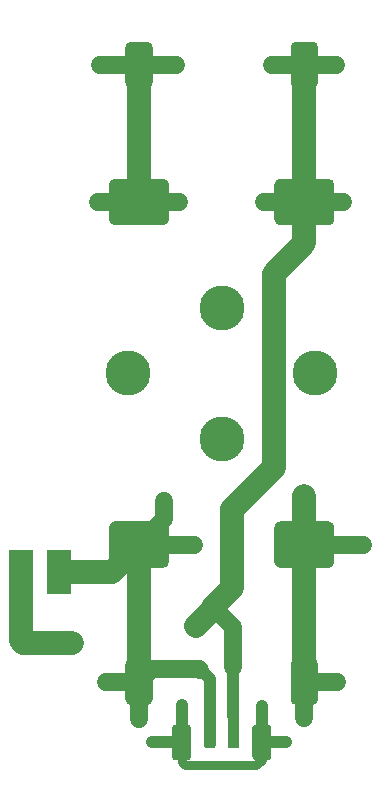
<source format=gtl>
%TF.GenerationSoftware,KiCad,Pcbnew,(5.1.6)-1*%
%TF.CreationDate,2020-09-30T11:01:53+04:00*%
%TF.ProjectId,Generic_Node-BatteryHolder,47656e65-7269-4635-9f4e-6f64652d4261,1.0*%
%TF.SameCoordinates,Original*%
%TF.FileFunction,Copper,L1,Top*%
%TF.FilePolarity,Positive*%
%FSLAX46Y46*%
G04 Gerber Fmt 4.6, Leading zero omitted, Abs format (unit mm)*
G04 Created by KiCad (PCBNEW (5.1.6)-1) date 2020-09-30 11:01:53*
%MOMM*%
%LPD*%
G01*
G04 APERTURE LIST*
%TA.AperFunction,SMDPad,CuDef*%
%ADD10R,2.000000X3.800000*%
%TD*%
%TA.AperFunction,ComponentPad*%
%ADD11C,3.810000*%
%TD*%
%TA.AperFunction,ViaPad*%
%ADD12C,0.800000*%
%TD*%
%TA.AperFunction,Conductor*%
%ADD13C,1.000000*%
%TD*%
%TA.AperFunction,Conductor*%
%ADD14C,0.800000*%
%TD*%
%TA.AperFunction,Conductor*%
%ADD15C,2.000000*%
%TD*%
%TA.AperFunction,Conductor*%
%ADD16C,1.500000*%
%TD*%
G04 APERTURE END LIST*
%TO.P,J1,MP*%
%TO.N,N/C*%
%TA.AperFunction,SMDPad,CuDef*%
G36*
G01*
X147400000Y-128000000D02*
X147400000Y-130500000D01*
G75*
G02*
X147150000Y-130750000I-250000J0D01*
G01*
X146050000Y-130750000D01*
G75*
G02*
X145800000Y-130500000I0J250000D01*
G01*
X145800000Y-128000000D01*
G75*
G02*
X146050000Y-127750000I250000J0D01*
G01*
X147150000Y-127750000D01*
G75*
G02*
X147400000Y-128000000I0J-250000D01*
G01*
G37*
%TD.AperFunction*%
%TA.AperFunction,SMDPad,CuDef*%
G36*
G01*
X154200000Y-128000000D02*
X154200000Y-130500000D01*
G75*
G02*
X153950000Y-130750000I-250000J0D01*
G01*
X152850000Y-130750000D01*
G75*
G02*
X152600000Y-130500000I0J250000D01*
G01*
X152600000Y-128000000D01*
G75*
G02*
X152850000Y-127750000I250000J0D01*
G01*
X153950000Y-127750000D01*
G75*
G02*
X154200000Y-128000000I0J-250000D01*
G01*
G37*
%TD.AperFunction*%
%TO.P,J1,2*%
%TO.N,GND*%
%TA.AperFunction,SMDPad,CuDef*%
G36*
G01*
X149500000Y-124500000D02*
X149500000Y-129500000D01*
G75*
G02*
X149250000Y-129750000I-250000J0D01*
G01*
X148750000Y-129750000D01*
G75*
G02*
X148500000Y-129500000I0J250000D01*
G01*
X148500000Y-124500000D01*
G75*
G02*
X148750000Y-124250000I250000J0D01*
G01*
X149250000Y-124250000D01*
G75*
G02*
X149500000Y-124500000I0J-250000D01*
G01*
G37*
%TD.AperFunction*%
%TO.P,J1,1*%
%TO.N,VCC*%
%TA.AperFunction,SMDPad,CuDef*%
G36*
G01*
X151500000Y-124500000D02*
X151500000Y-129500000D01*
G75*
G02*
X151250000Y-129750000I-250000J0D01*
G01*
X150750000Y-129750000D01*
G75*
G02*
X150500000Y-129500000I0J250000D01*
G01*
X150500000Y-124500000D01*
G75*
G02*
X150750000Y-124250000I250000J0D01*
G01*
X151250000Y-124250000D01*
G75*
G02*
X151500000Y-124500000I0J-250000D01*
G01*
G37*
%TD.AperFunction*%
%TD*%
D10*
%TO.P,J3,1*%
%TO.N,VCC*%
X133000000Y-114800000D03*
%TD*%
%TO.P,J2,1*%
%TO.N,GND*%
X136200000Y-114800000D03*
%TD*%
D11*
%TO.P,BTclip1,1*%
%TO.N,N/C*%
X150000000Y-92450100D03*
X150000000Y-103549900D03*
X142062500Y-98000000D03*
X157937500Y-98000000D03*
%TD*%
%TO.P,BT2,1*%
%TO.N,Net-(BT1-Pad2)*%
%TA.AperFunction,SMDPad,CuDef*%
G36*
G01*
X143668325Y-73870000D02*
X142331675Y-73870000D01*
G75*
G02*
X141831600Y-73369925I0J500075D01*
G01*
X141831600Y-70407675D01*
G75*
G02*
X142331675Y-69907600I500075J0D01*
G01*
X143668325Y-69907600D01*
G75*
G02*
X144168400Y-70407675I0J-500075D01*
G01*
X144168400Y-73369925D01*
G75*
G02*
X143668325Y-73870000I-500075J0D01*
G01*
G37*
%TD.AperFunction*%
%TA.AperFunction,SMDPad,CuDef*%
G36*
G01*
X145041040Y-85476600D02*
X140958960Y-85476600D01*
G75*
G02*
X140460000Y-84977640I0J498960D01*
G01*
X140460000Y-82015560D01*
G75*
G02*
X140958960Y-81516600I498960J0D01*
G01*
X145041040Y-81516600D01*
G75*
G02*
X145540000Y-82015560I0J-498960D01*
G01*
X145540000Y-84977640D01*
G75*
G02*
X145041040Y-85476600I-498960J0D01*
G01*
G37*
%TD.AperFunction*%
%TO.P,BT2,2*%
%TO.N,GND*%
%TA.AperFunction,SMDPad,CuDef*%
G36*
G01*
X143668325Y-126092400D02*
X142331675Y-126092400D01*
G75*
G02*
X141831600Y-125592325I0J500075D01*
G01*
X141831600Y-122630075D01*
G75*
G02*
X142331675Y-122130000I500075J0D01*
G01*
X143668325Y-122130000D01*
G75*
G02*
X144168400Y-122630075I0J-500075D01*
G01*
X144168400Y-125592325D01*
G75*
G02*
X143668325Y-126092400I-500075J0D01*
G01*
G37*
%TD.AperFunction*%
%TA.AperFunction,SMDPad,CuDef*%
G36*
G01*
X145041040Y-114483400D02*
X140958960Y-114483400D01*
G75*
G02*
X140460000Y-113984440I0J498960D01*
G01*
X140460000Y-111022360D01*
G75*
G02*
X140958960Y-110523400I498960J0D01*
G01*
X145041040Y-110523400D01*
G75*
G02*
X145540000Y-111022360I0J-498960D01*
G01*
X145540000Y-113984440D01*
G75*
G02*
X145041040Y-114483400I-498960J0D01*
G01*
G37*
%TD.AperFunction*%
%TD*%
%TO.P,BT1,2*%
%TO.N,Net-(BT1-Pad2)*%
%TA.AperFunction,SMDPad,CuDef*%
G36*
G01*
X159041040Y-114483400D02*
X154958960Y-114483400D01*
G75*
G02*
X154460000Y-113984440I0J498960D01*
G01*
X154460000Y-111022360D01*
G75*
G02*
X154958960Y-110523400I498960J0D01*
G01*
X159041040Y-110523400D01*
G75*
G02*
X159540000Y-111022360I0J-498960D01*
G01*
X159540000Y-113984440D01*
G75*
G02*
X159041040Y-114483400I-498960J0D01*
G01*
G37*
%TD.AperFunction*%
%TA.AperFunction,SMDPad,CuDef*%
G36*
G01*
X157668325Y-126092400D02*
X156331675Y-126092400D01*
G75*
G02*
X155831600Y-125592325I0J500075D01*
G01*
X155831600Y-122630075D01*
G75*
G02*
X156331675Y-122130000I500075J0D01*
G01*
X157668325Y-122130000D01*
G75*
G02*
X158168400Y-122630075I0J-500075D01*
G01*
X158168400Y-125592325D01*
G75*
G02*
X157668325Y-126092400I-500075J0D01*
G01*
G37*
%TD.AperFunction*%
%TO.P,BT1,1*%
%TO.N,VCC*%
%TA.AperFunction,SMDPad,CuDef*%
G36*
G01*
X159041040Y-85476600D02*
X154958960Y-85476600D01*
G75*
G02*
X154460000Y-84977640I0J498960D01*
G01*
X154460000Y-82015560D01*
G75*
G02*
X154958960Y-81516600I498960J0D01*
G01*
X159041040Y-81516600D01*
G75*
G02*
X159540000Y-82015560I0J-498960D01*
G01*
X159540000Y-84977640D01*
G75*
G02*
X159041040Y-85476600I-498960J0D01*
G01*
G37*
%TD.AperFunction*%
%TA.AperFunction,SMDPad,CuDef*%
G36*
G01*
X157668325Y-73870000D02*
X156331675Y-73870000D01*
G75*
G02*
X155831600Y-73369925I0J500075D01*
G01*
X155831600Y-70407675D01*
G75*
G02*
X156331675Y-69907600I500075J0D01*
G01*
X157668325Y-69907600D01*
G75*
G02*
X158168400Y-70407675I0J-500075D01*
G01*
X158168400Y-73369925D01*
G75*
G02*
X157668325Y-73870000I-500075J0D01*
G01*
G37*
%TD.AperFunction*%
%TD*%
D12*
%TO.N,*%
X146600000Y-126100000D03*
X153400000Y-126200000D03*
X155450000Y-129250000D03*
X144100000Y-129200000D03*
%TO.N,Net-(BT1-Pad2)*%
X157000000Y-116600000D03*
X157000000Y-118200000D03*
X157000000Y-120000000D03*
X143000000Y-79600000D03*
X143000000Y-77800000D03*
X143000000Y-75800000D03*
X162000000Y-112500000D03*
X157000000Y-108400000D03*
X146400000Y-83500000D03*
X139500000Y-83500000D03*
X146100000Y-71900000D03*
X139700000Y-71900000D03*
X159800000Y-124100000D03*
X157000000Y-127200000D03*
%TO.N,VCC*%
X147800000Y-119400000D03*
X150400000Y-116700000D03*
X149100000Y-118100000D03*
X137300000Y-120800000D03*
X135300000Y-120800000D03*
X133200000Y-120800000D03*
X154300000Y-71900000D03*
X159700000Y-71900000D03*
X160300000Y-83500000D03*
X153600000Y-83500000D03*
%TO.N,GND*%
X147650000Y-112500000D03*
X145150000Y-108825000D03*
X140200000Y-124100000D03*
X143000000Y-127300000D03*
%TD*%
D13*
%TO.N,*%
X146600000Y-129250000D02*
X146600000Y-126100000D01*
D14*
X146600000Y-129250000D02*
X146600000Y-130900000D01*
X146600000Y-130900000D02*
X146900000Y-131200000D01*
X146900000Y-131200000D02*
X152900000Y-131200000D01*
X153400000Y-130700000D02*
X153400000Y-129250000D01*
X152900000Y-131200000D02*
X153400000Y-130700000D01*
D13*
X153400000Y-129250000D02*
X153400000Y-126200000D01*
X155450000Y-129250000D02*
X153400000Y-129250000D01*
X146600000Y-129250000D02*
X144150000Y-129250000D01*
X144150000Y-129250000D02*
X144100000Y-129200000D01*
D15*
%TO.N,Net-(BT1-Pad2)*%
X157000000Y-124111200D02*
X157000000Y-120000000D01*
X143000000Y-83496600D02*
X143000000Y-79600000D01*
X157000000Y-116600000D02*
X157000000Y-112503400D01*
X157000000Y-118200000D02*
X157000000Y-116600000D01*
X157000000Y-120000000D02*
X157000000Y-118200000D01*
X143000000Y-79600000D02*
X143000000Y-77800000D01*
X143000000Y-77800000D02*
X143000000Y-75800000D01*
X143000000Y-75800000D02*
X143000000Y-71888800D01*
D16*
X157000000Y-112503400D02*
X161996600Y-112503400D01*
X161996600Y-112503400D02*
X162000000Y-112500000D01*
D15*
X157000000Y-112503400D02*
X157000000Y-108400000D01*
D16*
X143000000Y-83496600D02*
X146396600Y-83496600D01*
X146396600Y-83496600D02*
X146400000Y-83500000D01*
X143000000Y-83496600D02*
X139503400Y-83496600D01*
X139503400Y-83496600D02*
X139500000Y-83500000D01*
X143000000Y-71888800D02*
X146088800Y-71888800D01*
X146088800Y-71888800D02*
X146100000Y-71900000D01*
X143000000Y-71888800D02*
X139711200Y-71888800D01*
X139711200Y-71888800D02*
X139700000Y-71900000D01*
X157000000Y-124111200D02*
X159788800Y-124111200D01*
X159788800Y-124111200D02*
X159800000Y-124100000D01*
X157000000Y-124111200D02*
X157000000Y-127200000D01*
D15*
%TO.N,VCC*%
X157000000Y-83496600D02*
X157000000Y-71888800D01*
X154400000Y-89600000D02*
X157000000Y-87000000D01*
X154400000Y-106000000D02*
X154400000Y-89600000D01*
X150900000Y-109500000D02*
X154400000Y-106000000D01*
X150900000Y-116200000D02*
X150900000Y-109500000D01*
X157000000Y-87000000D02*
X157000000Y-83496600D01*
D16*
X151000000Y-119500000D02*
X149300000Y-117800000D01*
D15*
X149300000Y-117800000D02*
X150400000Y-116700000D01*
X149300000Y-117800000D02*
X149300000Y-117900000D01*
X149300000Y-117900000D02*
X149100000Y-118100000D01*
X150400000Y-116700000D02*
X150900000Y-116200000D01*
X149100000Y-118100000D02*
X147800000Y-119400000D01*
X137300000Y-120800000D02*
X133200000Y-120800000D01*
X133000000Y-120600000D02*
X133200000Y-120800000D01*
X133000000Y-114800000D02*
X133000000Y-120600000D01*
D13*
X151000000Y-127000000D02*
X151000000Y-122900000D01*
D16*
X151000000Y-122900000D02*
X151000000Y-119500000D01*
X157000000Y-71888800D02*
X154311200Y-71888800D01*
X154311200Y-71888800D02*
X154300000Y-71900000D01*
X157000000Y-71888800D02*
X159688800Y-71888800D01*
X159688800Y-71888800D02*
X159700000Y-71900000D01*
X157000000Y-83496600D02*
X160296600Y-83496600D01*
X160296600Y-83496600D02*
X160300000Y-83500000D01*
X157000000Y-83496600D02*
X153603400Y-83496600D01*
X153603400Y-83496600D02*
X153600000Y-83500000D01*
%TO.N,GND*%
X143000000Y-112503400D02*
X147646600Y-112503400D01*
X147646600Y-112503400D02*
X147650000Y-112500000D01*
D13*
X149000000Y-127000000D02*
X149000000Y-123900000D01*
X149000000Y-123900000D02*
X148200000Y-123100000D01*
D15*
X143000000Y-124111200D02*
X143000000Y-112503400D01*
D16*
X145150000Y-110353400D02*
X145150000Y-108825000D01*
X143000000Y-112503400D02*
X145150000Y-110353400D01*
D15*
X140703400Y-114800000D02*
X143000000Y-112503400D01*
X136200000Y-114800000D02*
X140703400Y-114800000D01*
D16*
X143000000Y-124111200D02*
X144111200Y-123000000D01*
X148100000Y-123000000D02*
X148200000Y-123100000D01*
X144111200Y-123000000D02*
X148100000Y-123000000D01*
X143000000Y-124111200D02*
X140211200Y-124111200D01*
X140211200Y-124111200D02*
X140200000Y-124100000D01*
X143000000Y-124111200D02*
X143000000Y-127300000D01*
%TD*%
M02*

</source>
